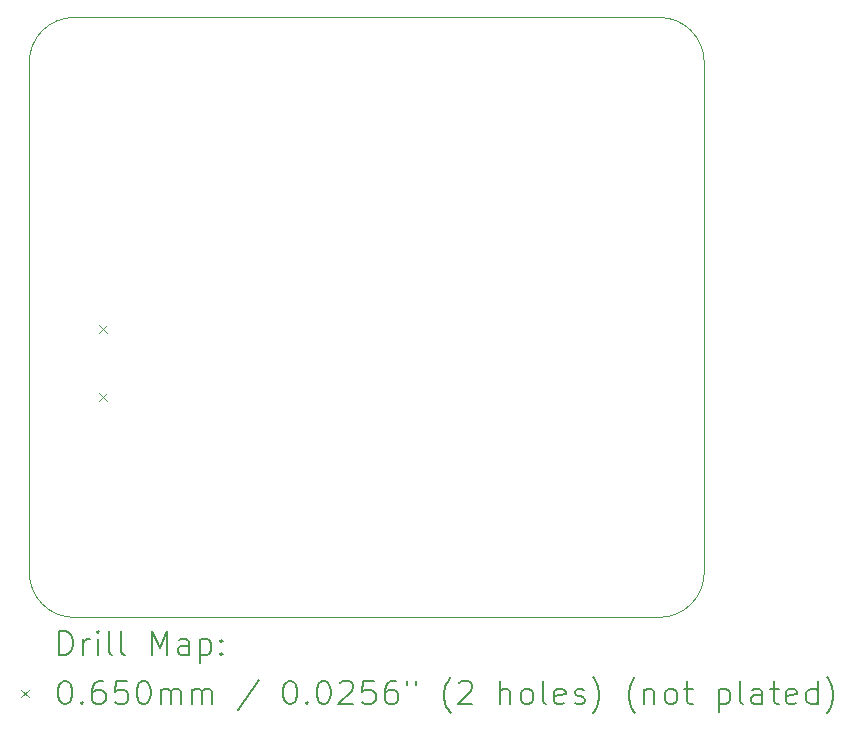
<source format=gbr>
%TF.GenerationSoftware,KiCad,Pcbnew,8.0.6*%
%TF.CreationDate,2024-11-26T20:52:16-08:00*%
%TF.ProjectId,Constellation Stack V1.1,436f6e73-7465-46c6-9c61-74696f6e2053,rev?*%
%TF.SameCoordinates,Original*%
%TF.FileFunction,Drillmap*%
%TF.FilePolarity,Positive*%
%FSLAX45Y45*%
G04 Gerber Fmt 4.5, Leading zero omitted, Abs format (unit mm)*
G04 Created by KiCad (PCBNEW 8.0.6) date 2024-11-26 20:52:16*
%MOMM*%
%LPD*%
G01*
G04 APERTURE LIST*
%ADD10C,0.100000*%
%ADD11C,0.200000*%
G04 APERTURE END LIST*
D10*
X7874000Y-2540000D02*
G75*
G02*
X8255000Y-2921000I0J-381000D01*
G01*
X2540000Y-2921000D02*
G75*
G02*
X2921000Y-2540000I381000J0D01*
G01*
X7874000Y-7620000D02*
X2921000Y-7620000D01*
X8255000Y-2921000D02*
X8255000Y-7239000D01*
X2921000Y-7620000D02*
G75*
G02*
X2540000Y-7239000I0J381000D01*
G01*
X2540000Y-7239000D02*
X2540000Y-2921000D01*
X8255000Y-7239000D02*
G75*
G02*
X7874000Y-7620000I-381000J0D01*
G01*
X2921000Y-2540000D02*
X7874000Y-2540000D01*
D11*
D10*
X3129500Y-5145500D02*
X3194500Y-5210500D01*
X3194500Y-5145500D02*
X3129500Y-5210500D01*
X3129500Y-5723500D02*
X3194500Y-5788500D01*
X3194500Y-5723500D02*
X3129500Y-5788500D01*
D11*
X2795777Y-7936484D02*
X2795777Y-7736484D01*
X2795777Y-7736484D02*
X2843396Y-7736484D01*
X2843396Y-7736484D02*
X2871967Y-7746008D01*
X2871967Y-7746008D02*
X2891015Y-7765055D01*
X2891015Y-7765055D02*
X2900539Y-7784103D01*
X2900539Y-7784103D02*
X2910062Y-7822198D01*
X2910062Y-7822198D02*
X2910062Y-7850769D01*
X2910062Y-7850769D02*
X2900539Y-7888865D01*
X2900539Y-7888865D02*
X2891015Y-7907912D01*
X2891015Y-7907912D02*
X2871967Y-7926960D01*
X2871967Y-7926960D02*
X2843396Y-7936484D01*
X2843396Y-7936484D02*
X2795777Y-7936484D01*
X2995777Y-7936484D02*
X2995777Y-7803150D01*
X2995777Y-7841246D02*
X3005301Y-7822198D01*
X3005301Y-7822198D02*
X3014824Y-7812674D01*
X3014824Y-7812674D02*
X3033872Y-7803150D01*
X3033872Y-7803150D02*
X3052920Y-7803150D01*
X3119586Y-7936484D02*
X3119586Y-7803150D01*
X3119586Y-7736484D02*
X3110062Y-7746008D01*
X3110062Y-7746008D02*
X3119586Y-7755531D01*
X3119586Y-7755531D02*
X3129110Y-7746008D01*
X3129110Y-7746008D02*
X3119586Y-7736484D01*
X3119586Y-7736484D02*
X3119586Y-7755531D01*
X3243396Y-7936484D02*
X3224348Y-7926960D01*
X3224348Y-7926960D02*
X3214824Y-7907912D01*
X3214824Y-7907912D02*
X3214824Y-7736484D01*
X3348158Y-7936484D02*
X3329110Y-7926960D01*
X3329110Y-7926960D02*
X3319586Y-7907912D01*
X3319586Y-7907912D02*
X3319586Y-7736484D01*
X3576729Y-7936484D02*
X3576729Y-7736484D01*
X3576729Y-7736484D02*
X3643396Y-7879341D01*
X3643396Y-7879341D02*
X3710062Y-7736484D01*
X3710062Y-7736484D02*
X3710062Y-7936484D01*
X3891015Y-7936484D02*
X3891015Y-7831722D01*
X3891015Y-7831722D02*
X3881491Y-7812674D01*
X3881491Y-7812674D02*
X3862443Y-7803150D01*
X3862443Y-7803150D02*
X3824348Y-7803150D01*
X3824348Y-7803150D02*
X3805301Y-7812674D01*
X3891015Y-7926960D02*
X3871967Y-7936484D01*
X3871967Y-7936484D02*
X3824348Y-7936484D01*
X3824348Y-7936484D02*
X3805301Y-7926960D01*
X3805301Y-7926960D02*
X3795777Y-7907912D01*
X3795777Y-7907912D02*
X3795777Y-7888865D01*
X3795777Y-7888865D02*
X3805301Y-7869817D01*
X3805301Y-7869817D02*
X3824348Y-7860293D01*
X3824348Y-7860293D02*
X3871967Y-7860293D01*
X3871967Y-7860293D02*
X3891015Y-7850769D01*
X3986253Y-7803150D02*
X3986253Y-8003150D01*
X3986253Y-7812674D02*
X4005301Y-7803150D01*
X4005301Y-7803150D02*
X4043396Y-7803150D01*
X4043396Y-7803150D02*
X4062443Y-7812674D01*
X4062443Y-7812674D02*
X4071967Y-7822198D01*
X4071967Y-7822198D02*
X4081491Y-7841246D01*
X4081491Y-7841246D02*
X4081491Y-7898388D01*
X4081491Y-7898388D02*
X4071967Y-7917436D01*
X4071967Y-7917436D02*
X4062443Y-7926960D01*
X4062443Y-7926960D02*
X4043396Y-7936484D01*
X4043396Y-7936484D02*
X4005301Y-7936484D01*
X4005301Y-7936484D02*
X3986253Y-7926960D01*
X4167205Y-7917436D02*
X4176729Y-7926960D01*
X4176729Y-7926960D02*
X4167205Y-7936484D01*
X4167205Y-7936484D02*
X4157682Y-7926960D01*
X4157682Y-7926960D02*
X4167205Y-7917436D01*
X4167205Y-7917436D02*
X4167205Y-7936484D01*
X4167205Y-7812674D02*
X4176729Y-7822198D01*
X4176729Y-7822198D02*
X4167205Y-7831722D01*
X4167205Y-7831722D02*
X4157682Y-7822198D01*
X4157682Y-7822198D02*
X4167205Y-7812674D01*
X4167205Y-7812674D02*
X4167205Y-7831722D01*
D10*
X2470000Y-8232500D02*
X2535000Y-8297500D01*
X2535000Y-8232500D02*
X2470000Y-8297500D01*
D11*
X2833872Y-8156484D02*
X2852920Y-8156484D01*
X2852920Y-8156484D02*
X2871967Y-8166008D01*
X2871967Y-8166008D02*
X2881491Y-8175531D01*
X2881491Y-8175531D02*
X2891015Y-8194579D01*
X2891015Y-8194579D02*
X2900539Y-8232674D01*
X2900539Y-8232674D02*
X2900539Y-8280293D01*
X2900539Y-8280293D02*
X2891015Y-8318388D01*
X2891015Y-8318388D02*
X2881491Y-8337436D01*
X2881491Y-8337436D02*
X2871967Y-8346960D01*
X2871967Y-8346960D02*
X2852920Y-8356484D01*
X2852920Y-8356484D02*
X2833872Y-8356484D01*
X2833872Y-8356484D02*
X2814824Y-8346960D01*
X2814824Y-8346960D02*
X2805301Y-8337436D01*
X2805301Y-8337436D02*
X2795777Y-8318388D01*
X2795777Y-8318388D02*
X2786253Y-8280293D01*
X2786253Y-8280293D02*
X2786253Y-8232674D01*
X2786253Y-8232674D02*
X2795777Y-8194579D01*
X2795777Y-8194579D02*
X2805301Y-8175531D01*
X2805301Y-8175531D02*
X2814824Y-8166008D01*
X2814824Y-8166008D02*
X2833872Y-8156484D01*
X2986253Y-8337436D02*
X2995777Y-8346960D01*
X2995777Y-8346960D02*
X2986253Y-8356484D01*
X2986253Y-8356484D02*
X2976729Y-8346960D01*
X2976729Y-8346960D02*
X2986253Y-8337436D01*
X2986253Y-8337436D02*
X2986253Y-8356484D01*
X3167205Y-8156484D02*
X3129110Y-8156484D01*
X3129110Y-8156484D02*
X3110062Y-8166008D01*
X3110062Y-8166008D02*
X3100539Y-8175531D01*
X3100539Y-8175531D02*
X3081491Y-8204103D01*
X3081491Y-8204103D02*
X3071967Y-8242198D01*
X3071967Y-8242198D02*
X3071967Y-8318388D01*
X3071967Y-8318388D02*
X3081491Y-8337436D01*
X3081491Y-8337436D02*
X3091015Y-8346960D01*
X3091015Y-8346960D02*
X3110062Y-8356484D01*
X3110062Y-8356484D02*
X3148158Y-8356484D01*
X3148158Y-8356484D02*
X3167205Y-8346960D01*
X3167205Y-8346960D02*
X3176729Y-8337436D01*
X3176729Y-8337436D02*
X3186253Y-8318388D01*
X3186253Y-8318388D02*
X3186253Y-8270769D01*
X3186253Y-8270769D02*
X3176729Y-8251722D01*
X3176729Y-8251722D02*
X3167205Y-8242198D01*
X3167205Y-8242198D02*
X3148158Y-8232674D01*
X3148158Y-8232674D02*
X3110062Y-8232674D01*
X3110062Y-8232674D02*
X3091015Y-8242198D01*
X3091015Y-8242198D02*
X3081491Y-8251722D01*
X3081491Y-8251722D02*
X3071967Y-8270769D01*
X3367205Y-8156484D02*
X3271967Y-8156484D01*
X3271967Y-8156484D02*
X3262443Y-8251722D01*
X3262443Y-8251722D02*
X3271967Y-8242198D01*
X3271967Y-8242198D02*
X3291015Y-8232674D01*
X3291015Y-8232674D02*
X3338634Y-8232674D01*
X3338634Y-8232674D02*
X3357682Y-8242198D01*
X3357682Y-8242198D02*
X3367205Y-8251722D01*
X3367205Y-8251722D02*
X3376729Y-8270769D01*
X3376729Y-8270769D02*
X3376729Y-8318388D01*
X3376729Y-8318388D02*
X3367205Y-8337436D01*
X3367205Y-8337436D02*
X3357682Y-8346960D01*
X3357682Y-8346960D02*
X3338634Y-8356484D01*
X3338634Y-8356484D02*
X3291015Y-8356484D01*
X3291015Y-8356484D02*
X3271967Y-8346960D01*
X3271967Y-8346960D02*
X3262443Y-8337436D01*
X3500539Y-8156484D02*
X3519586Y-8156484D01*
X3519586Y-8156484D02*
X3538634Y-8166008D01*
X3538634Y-8166008D02*
X3548158Y-8175531D01*
X3548158Y-8175531D02*
X3557682Y-8194579D01*
X3557682Y-8194579D02*
X3567205Y-8232674D01*
X3567205Y-8232674D02*
X3567205Y-8280293D01*
X3567205Y-8280293D02*
X3557682Y-8318388D01*
X3557682Y-8318388D02*
X3548158Y-8337436D01*
X3548158Y-8337436D02*
X3538634Y-8346960D01*
X3538634Y-8346960D02*
X3519586Y-8356484D01*
X3519586Y-8356484D02*
X3500539Y-8356484D01*
X3500539Y-8356484D02*
X3481491Y-8346960D01*
X3481491Y-8346960D02*
X3471967Y-8337436D01*
X3471967Y-8337436D02*
X3462443Y-8318388D01*
X3462443Y-8318388D02*
X3452920Y-8280293D01*
X3452920Y-8280293D02*
X3452920Y-8232674D01*
X3452920Y-8232674D02*
X3462443Y-8194579D01*
X3462443Y-8194579D02*
X3471967Y-8175531D01*
X3471967Y-8175531D02*
X3481491Y-8166008D01*
X3481491Y-8166008D02*
X3500539Y-8156484D01*
X3652920Y-8356484D02*
X3652920Y-8223150D01*
X3652920Y-8242198D02*
X3662443Y-8232674D01*
X3662443Y-8232674D02*
X3681491Y-8223150D01*
X3681491Y-8223150D02*
X3710063Y-8223150D01*
X3710063Y-8223150D02*
X3729110Y-8232674D01*
X3729110Y-8232674D02*
X3738634Y-8251722D01*
X3738634Y-8251722D02*
X3738634Y-8356484D01*
X3738634Y-8251722D02*
X3748158Y-8232674D01*
X3748158Y-8232674D02*
X3767205Y-8223150D01*
X3767205Y-8223150D02*
X3795777Y-8223150D01*
X3795777Y-8223150D02*
X3814824Y-8232674D01*
X3814824Y-8232674D02*
X3824348Y-8251722D01*
X3824348Y-8251722D02*
X3824348Y-8356484D01*
X3919586Y-8356484D02*
X3919586Y-8223150D01*
X3919586Y-8242198D02*
X3929110Y-8232674D01*
X3929110Y-8232674D02*
X3948158Y-8223150D01*
X3948158Y-8223150D02*
X3976729Y-8223150D01*
X3976729Y-8223150D02*
X3995777Y-8232674D01*
X3995777Y-8232674D02*
X4005301Y-8251722D01*
X4005301Y-8251722D02*
X4005301Y-8356484D01*
X4005301Y-8251722D02*
X4014824Y-8232674D01*
X4014824Y-8232674D02*
X4033872Y-8223150D01*
X4033872Y-8223150D02*
X4062443Y-8223150D01*
X4062443Y-8223150D02*
X4081491Y-8232674D01*
X4081491Y-8232674D02*
X4091015Y-8251722D01*
X4091015Y-8251722D02*
X4091015Y-8356484D01*
X4481491Y-8146960D02*
X4310063Y-8404103D01*
X4738634Y-8156484D02*
X4757682Y-8156484D01*
X4757682Y-8156484D02*
X4776729Y-8166008D01*
X4776729Y-8166008D02*
X4786253Y-8175531D01*
X4786253Y-8175531D02*
X4795777Y-8194579D01*
X4795777Y-8194579D02*
X4805301Y-8232674D01*
X4805301Y-8232674D02*
X4805301Y-8280293D01*
X4805301Y-8280293D02*
X4795777Y-8318388D01*
X4795777Y-8318388D02*
X4786253Y-8337436D01*
X4786253Y-8337436D02*
X4776729Y-8346960D01*
X4776729Y-8346960D02*
X4757682Y-8356484D01*
X4757682Y-8356484D02*
X4738634Y-8356484D01*
X4738634Y-8356484D02*
X4719587Y-8346960D01*
X4719587Y-8346960D02*
X4710063Y-8337436D01*
X4710063Y-8337436D02*
X4700539Y-8318388D01*
X4700539Y-8318388D02*
X4691015Y-8280293D01*
X4691015Y-8280293D02*
X4691015Y-8232674D01*
X4691015Y-8232674D02*
X4700539Y-8194579D01*
X4700539Y-8194579D02*
X4710063Y-8175531D01*
X4710063Y-8175531D02*
X4719587Y-8166008D01*
X4719587Y-8166008D02*
X4738634Y-8156484D01*
X4891015Y-8337436D02*
X4900539Y-8346960D01*
X4900539Y-8346960D02*
X4891015Y-8356484D01*
X4891015Y-8356484D02*
X4881491Y-8346960D01*
X4881491Y-8346960D02*
X4891015Y-8337436D01*
X4891015Y-8337436D02*
X4891015Y-8356484D01*
X5024348Y-8156484D02*
X5043396Y-8156484D01*
X5043396Y-8156484D02*
X5062444Y-8166008D01*
X5062444Y-8166008D02*
X5071968Y-8175531D01*
X5071968Y-8175531D02*
X5081491Y-8194579D01*
X5081491Y-8194579D02*
X5091015Y-8232674D01*
X5091015Y-8232674D02*
X5091015Y-8280293D01*
X5091015Y-8280293D02*
X5081491Y-8318388D01*
X5081491Y-8318388D02*
X5071968Y-8337436D01*
X5071968Y-8337436D02*
X5062444Y-8346960D01*
X5062444Y-8346960D02*
X5043396Y-8356484D01*
X5043396Y-8356484D02*
X5024348Y-8356484D01*
X5024348Y-8356484D02*
X5005301Y-8346960D01*
X5005301Y-8346960D02*
X4995777Y-8337436D01*
X4995777Y-8337436D02*
X4986253Y-8318388D01*
X4986253Y-8318388D02*
X4976729Y-8280293D01*
X4976729Y-8280293D02*
X4976729Y-8232674D01*
X4976729Y-8232674D02*
X4986253Y-8194579D01*
X4986253Y-8194579D02*
X4995777Y-8175531D01*
X4995777Y-8175531D02*
X5005301Y-8166008D01*
X5005301Y-8166008D02*
X5024348Y-8156484D01*
X5167206Y-8175531D02*
X5176729Y-8166008D01*
X5176729Y-8166008D02*
X5195777Y-8156484D01*
X5195777Y-8156484D02*
X5243396Y-8156484D01*
X5243396Y-8156484D02*
X5262444Y-8166008D01*
X5262444Y-8166008D02*
X5271968Y-8175531D01*
X5271968Y-8175531D02*
X5281491Y-8194579D01*
X5281491Y-8194579D02*
X5281491Y-8213627D01*
X5281491Y-8213627D02*
X5271968Y-8242198D01*
X5271968Y-8242198D02*
X5157682Y-8356484D01*
X5157682Y-8356484D02*
X5281491Y-8356484D01*
X5462444Y-8156484D02*
X5367206Y-8156484D01*
X5367206Y-8156484D02*
X5357682Y-8251722D01*
X5357682Y-8251722D02*
X5367206Y-8242198D01*
X5367206Y-8242198D02*
X5386253Y-8232674D01*
X5386253Y-8232674D02*
X5433872Y-8232674D01*
X5433872Y-8232674D02*
X5452920Y-8242198D01*
X5452920Y-8242198D02*
X5462444Y-8251722D01*
X5462444Y-8251722D02*
X5471968Y-8270769D01*
X5471968Y-8270769D02*
X5471968Y-8318388D01*
X5471968Y-8318388D02*
X5462444Y-8337436D01*
X5462444Y-8337436D02*
X5452920Y-8346960D01*
X5452920Y-8346960D02*
X5433872Y-8356484D01*
X5433872Y-8356484D02*
X5386253Y-8356484D01*
X5386253Y-8356484D02*
X5367206Y-8346960D01*
X5367206Y-8346960D02*
X5357682Y-8337436D01*
X5643396Y-8156484D02*
X5605301Y-8156484D01*
X5605301Y-8156484D02*
X5586253Y-8166008D01*
X5586253Y-8166008D02*
X5576729Y-8175531D01*
X5576729Y-8175531D02*
X5557682Y-8204103D01*
X5557682Y-8204103D02*
X5548158Y-8242198D01*
X5548158Y-8242198D02*
X5548158Y-8318388D01*
X5548158Y-8318388D02*
X5557682Y-8337436D01*
X5557682Y-8337436D02*
X5567206Y-8346960D01*
X5567206Y-8346960D02*
X5586253Y-8356484D01*
X5586253Y-8356484D02*
X5624348Y-8356484D01*
X5624348Y-8356484D02*
X5643396Y-8346960D01*
X5643396Y-8346960D02*
X5652920Y-8337436D01*
X5652920Y-8337436D02*
X5662444Y-8318388D01*
X5662444Y-8318388D02*
X5662444Y-8270769D01*
X5662444Y-8270769D02*
X5652920Y-8251722D01*
X5652920Y-8251722D02*
X5643396Y-8242198D01*
X5643396Y-8242198D02*
X5624348Y-8232674D01*
X5624348Y-8232674D02*
X5586253Y-8232674D01*
X5586253Y-8232674D02*
X5567206Y-8242198D01*
X5567206Y-8242198D02*
X5557682Y-8251722D01*
X5557682Y-8251722D02*
X5548158Y-8270769D01*
X5738634Y-8156484D02*
X5738634Y-8194579D01*
X5814825Y-8156484D02*
X5814825Y-8194579D01*
X6110063Y-8432674D02*
X6100539Y-8423150D01*
X6100539Y-8423150D02*
X6081491Y-8394579D01*
X6081491Y-8394579D02*
X6071968Y-8375531D01*
X6071968Y-8375531D02*
X6062444Y-8346960D01*
X6062444Y-8346960D02*
X6052920Y-8299341D01*
X6052920Y-8299341D02*
X6052920Y-8261246D01*
X6052920Y-8261246D02*
X6062444Y-8213627D01*
X6062444Y-8213627D02*
X6071968Y-8185055D01*
X6071968Y-8185055D02*
X6081491Y-8166008D01*
X6081491Y-8166008D02*
X6100539Y-8137436D01*
X6100539Y-8137436D02*
X6110063Y-8127912D01*
X6176729Y-8175531D02*
X6186253Y-8166008D01*
X6186253Y-8166008D02*
X6205301Y-8156484D01*
X6205301Y-8156484D02*
X6252920Y-8156484D01*
X6252920Y-8156484D02*
X6271968Y-8166008D01*
X6271968Y-8166008D02*
X6281491Y-8175531D01*
X6281491Y-8175531D02*
X6291015Y-8194579D01*
X6291015Y-8194579D02*
X6291015Y-8213627D01*
X6291015Y-8213627D02*
X6281491Y-8242198D01*
X6281491Y-8242198D02*
X6167206Y-8356484D01*
X6167206Y-8356484D02*
X6291015Y-8356484D01*
X6529110Y-8356484D02*
X6529110Y-8156484D01*
X6614825Y-8356484D02*
X6614825Y-8251722D01*
X6614825Y-8251722D02*
X6605301Y-8232674D01*
X6605301Y-8232674D02*
X6586253Y-8223150D01*
X6586253Y-8223150D02*
X6557682Y-8223150D01*
X6557682Y-8223150D02*
X6538634Y-8232674D01*
X6538634Y-8232674D02*
X6529110Y-8242198D01*
X6738634Y-8356484D02*
X6719587Y-8346960D01*
X6719587Y-8346960D02*
X6710063Y-8337436D01*
X6710063Y-8337436D02*
X6700539Y-8318388D01*
X6700539Y-8318388D02*
X6700539Y-8261246D01*
X6700539Y-8261246D02*
X6710063Y-8242198D01*
X6710063Y-8242198D02*
X6719587Y-8232674D01*
X6719587Y-8232674D02*
X6738634Y-8223150D01*
X6738634Y-8223150D02*
X6767206Y-8223150D01*
X6767206Y-8223150D02*
X6786253Y-8232674D01*
X6786253Y-8232674D02*
X6795777Y-8242198D01*
X6795777Y-8242198D02*
X6805301Y-8261246D01*
X6805301Y-8261246D02*
X6805301Y-8318388D01*
X6805301Y-8318388D02*
X6795777Y-8337436D01*
X6795777Y-8337436D02*
X6786253Y-8346960D01*
X6786253Y-8346960D02*
X6767206Y-8356484D01*
X6767206Y-8356484D02*
X6738634Y-8356484D01*
X6919587Y-8356484D02*
X6900539Y-8346960D01*
X6900539Y-8346960D02*
X6891015Y-8327912D01*
X6891015Y-8327912D02*
X6891015Y-8156484D01*
X7071968Y-8346960D02*
X7052920Y-8356484D01*
X7052920Y-8356484D02*
X7014825Y-8356484D01*
X7014825Y-8356484D02*
X6995777Y-8346960D01*
X6995777Y-8346960D02*
X6986253Y-8327912D01*
X6986253Y-8327912D02*
X6986253Y-8251722D01*
X6986253Y-8251722D02*
X6995777Y-8232674D01*
X6995777Y-8232674D02*
X7014825Y-8223150D01*
X7014825Y-8223150D02*
X7052920Y-8223150D01*
X7052920Y-8223150D02*
X7071968Y-8232674D01*
X7071968Y-8232674D02*
X7081491Y-8251722D01*
X7081491Y-8251722D02*
X7081491Y-8270769D01*
X7081491Y-8270769D02*
X6986253Y-8289817D01*
X7157682Y-8346960D02*
X7176730Y-8356484D01*
X7176730Y-8356484D02*
X7214825Y-8356484D01*
X7214825Y-8356484D02*
X7233872Y-8346960D01*
X7233872Y-8346960D02*
X7243396Y-8327912D01*
X7243396Y-8327912D02*
X7243396Y-8318388D01*
X7243396Y-8318388D02*
X7233872Y-8299341D01*
X7233872Y-8299341D02*
X7214825Y-8289817D01*
X7214825Y-8289817D02*
X7186253Y-8289817D01*
X7186253Y-8289817D02*
X7167206Y-8280293D01*
X7167206Y-8280293D02*
X7157682Y-8261246D01*
X7157682Y-8261246D02*
X7157682Y-8251722D01*
X7157682Y-8251722D02*
X7167206Y-8232674D01*
X7167206Y-8232674D02*
X7186253Y-8223150D01*
X7186253Y-8223150D02*
X7214825Y-8223150D01*
X7214825Y-8223150D02*
X7233872Y-8232674D01*
X7310063Y-8432674D02*
X7319587Y-8423150D01*
X7319587Y-8423150D02*
X7338634Y-8394579D01*
X7338634Y-8394579D02*
X7348158Y-8375531D01*
X7348158Y-8375531D02*
X7357682Y-8346960D01*
X7357682Y-8346960D02*
X7367206Y-8299341D01*
X7367206Y-8299341D02*
X7367206Y-8261246D01*
X7367206Y-8261246D02*
X7357682Y-8213627D01*
X7357682Y-8213627D02*
X7348158Y-8185055D01*
X7348158Y-8185055D02*
X7338634Y-8166008D01*
X7338634Y-8166008D02*
X7319587Y-8137436D01*
X7319587Y-8137436D02*
X7310063Y-8127912D01*
X7671968Y-8432674D02*
X7662444Y-8423150D01*
X7662444Y-8423150D02*
X7643396Y-8394579D01*
X7643396Y-8394579D02*
X7633872Y-8375531D01*
X7633872Y-8375531D02*
X7624349Y-8346960D01*
X7624349Y-8346960D02*
X7614825Y-8299341D01*
X7614825Y-8299341D02*
X7614825Y-8261246D01*
X7614825Y-8261246D02*
X7624349Y-8213627D01*
X7624349Y-8213627D02*
X7633872Y-8185055D01*
X7633872Y-8185055D02*
X7643396Y-8166008D01*
X7643396Y-8166008D02*
X7662444Y-8137436D01*
X7662444Y-8137436D02*
X7671968Y-8127912D01*
X7748158Y-8223150D02*
X7748158Y-8356484D01*
X7748158Y-8242198D02*
X7757682Y-8232674D01*
X7757682Y-8232674D02*
X7776730Y-8223150D01*
X7776730Y-8223150D02*
X7805301Y-8223150D01*
X7805301Y-8223150D02*
X7824349Y-8232674D01*
X7824349Y-8232674D02*
X7833872Y-8251722D01*
X7833872Y-8251722D02*
X7833872Y-8356484D01*
X7957682Y-8356484D02*
X7938634Y-8346960D01*
X7938634Y-8346960D02*
X7929111Y-8337436D01*
X7929111Y-8337436D02*
X7919587Y-8318388D01*
X7919587Y-8318388D02*
X7919587Y-8261246D01*
X7919587Y-8261246D02*
X7929111Y-8242198D01*
X7929111Y-8242198D02*
X7938634Y-8232674D01*
X7938634Y-8232674D02*
X7957682Y-8223150D01*
X7957682Y-8223150D02*
X7986253Y-8223150D01*
X7986253Y-8223150D02*
X8005301Y-8232674D01*
X8005301Y-8232674D02*
X8014825Y-8242198D01*
X8014825Y-8242198D02*
X8024349Y-8261246D01*
X8024349Y-8261246D02*
X8024349Y-8318388D01*
X8024349Y-8318388D02*
X8014825Y-8337436D01*
X8014825Y-8337436D02*
X8005301Y-8346960D01*
X8005301Y-8346960D02*
X7986253Y-8356484D01*
X7986253Y-8356484D02*
X7957682Y-8356484D01*
X8081492Y-8223150D02*
X8157682Y-8223150D01*
X8110063Y-8156484D02*
X8110063Y-8327912D01*
X8110063Y-8327912D02*
X8119587Y-8346960D01*
X8119587Y-8346960D02*
X8138634Y-8356484D01*
X8138634Y-8356484D02*
X8157682Y-8356484D01*
X8376730Y-8223150D02*
X8376730Y-8423150D01*
X8376730Y-8232674D02*
X8395777Y-8223150D01*
X8395777Y-8223150D02*
X8433873Y-8223150D01*
X8433873Y-8223150D02*
X8452920Y-8232674D01*
X8452920Y-8232674D02*
X8462444Y-8242198D01*
X8462444Y-8242198D02*
X8471968Y-8261246D01*
X8471968Y-8261246D02*
X8471968Y-8318388D01*
X8471968Y-8318388D02*
X8462444Y-8337436D01*
X8462444Y-8337436D02*
X8452920Y-8346960D01*
X8452920Y-8346960D02*
X8433873Y-8356484D01*
X8433873Y-8356484D02*
X8395777Y-8356484D01*
X8395777Y-8356484D02*
X8376730Y-8346960D01*
X8586254Y-8356484D02*
X8567206Y-8346960D01*
X8567206Y-8346960D02*
X8557682Y-8327912D01*
X8557682Y-8327912D02*
X8557682Y-8156484D01*
X8748158Y-8356484D02*
X8748158Y-8251722D01*
X8748158Y-8251722D02*
X8738635Y-8232674D01*
X8738635Y-8232674D02*
X8719587Y-8223150D01*
X8719587Y-8223150D02*
X8681492Y-8223150D01*
X8681492Y-8223150D02*
X8662444Y-8232674D01*
X8748158Y-8346960D02*
X8729111Y-8356484D01*
X8729111Y-8356484D02*
X8681492Y-8356484D01*
X8681492Y-8356484D02*
X8662444Y-8346960D01*
X8662444Y-8346960D02*
X8652920Y-8327912D01*
X8652920Y-8327912D02*
X8652920Y-8308865D01*
X8652920Y-8308865D02*
X8662444Y-8289817D01*
X8662444Y-8289817D02*
X8681492Y-8280293D01*
X8681492Y-8280293D02*
X8729111Y-8280293D01*
X8729111Y-8280293D02*
X8748158Y-8270769D01*
X8814825Y-8223150D02*
X8891015Y-8223150D01*
X8843396Y-8156484D02*
X8843396Y-8327912D01*
X8843396Y-8327912D02*
X8852920Y-8346960D01*
X8852920Y-8346960D02*
X8871968Y-8356484D01*
X8871968Y-8356484D02*
X8891015Y-8356484D01*
X9033873Y-8346960D02*
X9014825Y-8356484D01*
X9014825Y-8356484D02*
X8976730Y-8356484D01*
X8976730Y-8356484D02*
X8957682Y-8346960D01*
X8957682Y-8346960D02*
X8948158Y-8327912D01*
X8948158Y-8327912D02*
X8948158Y-8251722D01*
X8948158Y-8251722D02*
X8957682Y-8232674D01*
X8957682Y-8232674D02*
X8976730Y-8223150D01*
X8976730Y-8223150D02*
X9014825Y-8223150D01*
X9014825Y-8223150D02*
X9033873Y-8232674D01*
X9033873Y-8232674D02*
X9043396Y-8251722D01*
X9043396Y-8251722D02*
X9043396Y-8270769D01*
X9043396Y-8270769D02*
X8948158Y-8289817D01*
X9214825Y-8356484D02*
X9214825Y-8156484D01*
X9214825Y-8346960D02*
X9195777Y-8356484D01*
X9195777Y-8356484D02*
X9157682Y-8356484D01*
X9157682Y-8356484D02*
X9138635Y-8346960D01*
X9138635Y-8346960D02*
X9129111Y-8337436D01*
X9129111Y-8337436D02*
X9119587Y-8318388D01*
X9119587Y-8318388D02*
X9119587Y-8261246D01*
X9119587Y-8261246D02*
X9129111Y-8242198D01*
X9129111Y-8242198D02*
X9138635Y-8232674D01*
X9138635Y-8232674D02*
X9157682Y-8223150D01*
X9157682Y-8223150D02*
X9195777Y-8223150D01*
X9195777Y-8223150D02*
X9214825Y-8232674D01*
X9291016Y-8432674D02*
X9300539Y-8423150D01*
X9300539Y-8423150D02*
X9319587Y-8394579D01*
X9319587Y-8394579D02*
X9329111Y-8375531D01*
X9329111Y-8375531D02*
X9338635Y-8346960D01*
X9338635Y-8346960D02*
X9348158Y-8299341D01*
X9348158Y-8299341D02*
X9348158Y-8261246D01*
X9348158Y-8261246D02*
X9338635Y-8213627D01*
X9338635Y-8213627D02*
X9329111Y-8185055D01*
X9329111Y-8185055D02*
X9319587Y-8166008D01*
X9319587Y-8166008D02*
X9300539Y-8137436D01*
X9300539Y-8137436D02*
X9291016Y-8127912D01*
M02*

</source>
